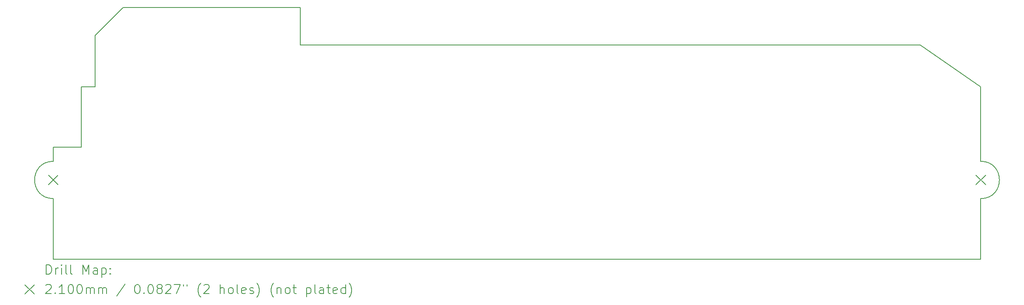
<source format=gbr>
%TF.GenerationSoftware,KiCad,Pcbnew,7.0.9*%
%TF.CreationDate,2023-12-27T00:16:42+05:30*%
%TF.ProjectId,Led_Cube_BaseControlerV2,4c65645f-4375-4626-955f-42617365436f,rev?*%
%TF.SameCoordinates,Original*%
%TF.FileFunction,Drillmap*%
%TF.FilePolarity,Positive*%
%FSLAX45Y45*%
G04 Gerber Fmt 4.5, Leading zero omitted, Abs format (unit mm)*
G04 Created by KiCad (PCBNEW 7.0.9) date 2023-12-27 00:16:42*
%MOMM*%
%LPD*%
G01*
G04 APERTURE LIST*
%ADD10C,0.200000*%
%ADD11C,0.210000*%
G04 APERTURE END LIST*
D10*
X3600000Y-7000000D02*
X3600000Y-6700000D01*
X4500000Y-4300000D02*
X4500000Y-5400000D01*
X23500000Y-5400000D02*
X22200000Y-4500000D01*
X3600000Y-7000000D02*
G75*
G03*
X3600000Y-7800000I0J-400000D01*
G01*
X23500000Y-7800000D02*
G75*
G03*
X23500000Y-7000000I0J400000D01*
G01*
X4200000Y-6700000D02*
X3600000Y-6700000D01*
X3600000Y-9100000D02*
X3600000Y-7800000D01*
X8900000Y-3700000D02*
X5100000Y-3700000D01*
X8900000Y-4500000D02*
X8900000Y-3700000D01*
X22200000Y-4500000D02*
X8900000Y-4500000D01*
X23500000Y-9100000D02*
X23500000Y-7800000D01*
X4500000Y-5400000D02*
X4200000Y-5400000D01*
X23500000Y-7000000D02*
X23500000Y-5400000D01*
X3600000Y-9100000D02*
X23500000Y-9100000D01*
X4500000Y-4300000D02*
X5100000Y-3700000D01*
X4200000Y-5400000D02*
X4200000Y-6700000D01*
D11*
X3495000Y-7295000D02*
X3705000Y-7505000D01*
X3705000Y-7295000D02*
X3495000Y-7505000D01*
X23395000Y-7295000D02*
X23605000Y-7505000D01*
X23605000Y-7295000D02*
X23395000Y-7505000D01*
D10*
X3450777Y-9421484D02*
X3450777Y-9221484D01*
X3450777Y-9221484D02*
X3498396Y-9221484D01*
X3498396Y-9221484D02*
X3526967Y-9231008D01*
X3526967Y-9231008D02*
X3546015Y-9250055D01*
X3546015Y-9250055D02*
X3555539Y-9269103D01*
X3555539Y-9269103D02*
X3565062Y-9307198D01*
X3565062Y-9307198D02*
X3565062Y-9335770D01*
X3565062Y-9335770D02*
X3555539Y-9373865D01*
X3555539Y-9373865D02*
X3546015Y-9392912D01*
X3546015Y-9392912D02*
X3526967Y-9411960D01*
X3526967Y-9411960D02*
X3498396Y-9421484D01*
X3498396Y-9421484D02*
X3450777Y-9421484D01*
X3650777Y-9421484D02*
X3650777Y-9288150D01*
X3650777Y-9326246D02*
X3660301Y-9307198D01*
X3660301Y-9307198D02*
X3669824Y-9297674D01*
X3669824Y-9297674D02*
X3688872Y-9288150D01*
X3688872Y-9288150D02*
X3707920Y-9288150D01*
X3774586Y-9421484D02*
X3774586Y-9288150D01*
X3774586Y-9221484D02*
X3765062Y-9231008D01*
X3765062Y-9231008D02*
X3774586Y-9240531D01*
X3774586Y-9240531D02*
X3784110Y-9231008D01*
X3784110Y-9231008D02*
X3774586Y-9221484D01*
X3774586Y-9221484D02*
X3774586Y-9240531D01*
X3898396Y-9421484D02*
X3879348Y-9411960D01*
X3879348Y-9411960D02*
X3869824Y-9392912D01*
X3869824Y-9392912D02*
X3869824Y-9221484D01*
X4003158Y-9421484D02*
X3984110Y-9411960D01*
X3984110Y-9411960D02*
X3974586Y-9392912D01*
X3974586Y-9392912D02*
X3974586Y-9221484D01*
X4231729Y-9421484D02*
X4231729Y-9221484D01*
X4231729Y-9221484D02*
X4298396Y-9364341D01*
X4298396Y-9364341D02*
X4365063Y-9221484D01*
X4365063Y-9221484D02*
X4365063Y-9421484D01*
X4546015Y-9421484D02*
X4546015Y-9316722D01*
X4546015Y-9316722D02*
X4536491Y-9297674D01*
X4536491Y-9297674D02*
X4517444Y-9288150D01*
X4517444Y-9288150D02*
X4479348Y-9288150D01*
X4479348Y-9288150D02*
X4460301Y-9297674D01*
X4546015Y-9411960D02*
X4526967Y-9421484D01*
X4526967Y-9421484D02*
X4479348Y-9421484D01*
X4479348Y-9421484D02*
X4460301Y-9411960D01*
X4460301Y-9411960D02*
X4450777Y-9392912D01*
X4450777Y-9392912D02*
X4450777Y-9373865D01*
X4450777Y-9373865D02*
X4460301Y-9354817D01*
X4460301Y-9354817D02*
X4479348Y-9345293D01*
X4479348Y-9345293D02*
X4526967Y-9345293D01*
X4526967Y-9345293D02*
X4546015Y-9335770D01*
X4641253Y-9288150D02*
X4641253Y-9488150D01*
X4641253Y-9297674D02*
X4660301Y-9288150D01*
X4660301Y-9288150D02*
X4698396Y-9288150D01*
X4698396Y-9288150D02*
X4717444Y-9297674D01*
X4717444Y-9297674D02*
X4726967Y-9307198D01*
X4726967Y-9307198D02*
X4736491Y-9326246D01*
X4736491Y-9326246D02*
X4736491Y-9383389D01*
X4736491Y-9383389D02*
X4726967Y-9402436D01*
X4726967Y-9402436D02*
X4717444Y-9411960D01*
X4717444Y-9411960D02*
X4698396Y-9421484D01*
X4698396Y-9421484D02*
X4660301Y-9421484D01*
X4660301Y-9421484D02*
X4641253Y-9411960D01*
X4822205Y-9402436D02*
X4831729Y-9411960D01*
X4831729Y-9411960D02*
X4822205Y-9421484D01*
X4822205Y-9421484D02*
X4812682Y-9411960D01*
X4812682Y-9411960D02*
X4822205Y-9402436D01*
X4822205Y-9402436D02*
X4822205Y-9421484D01*
X4822205Y-9297674D02*
X4831729Y-9307198D01*
X4831729Y-9307198D02*
X4822205Y-9316722D01*
X4822205Y-9316722D02*
X4812682Y-9307198D01*
X4812682Y-9307198D02*
X4822205Y-9297674D01*
X4822205Y-9297674D02*
X4822205Y-9316722D01*
X2990000Y-9650000D02*
X3190000Y-9850000D01*
X3190000Y-9650000D02*
X2990000Y-9850000D01*
X3441253Y-9660531D02*
X3450777Y-9651008D01*
X3450777Y-9651008D02*
X3469824Y-9641484D01*
X3469824Y-9641484D02*
X3517443Y-9641484D01*
X3517443Y-9641484D02*
X3536491Y-9651008D01*
X3536491Y-9651008D02*
X3546015Y-9660531D01*
X3546015Y-9660531D02*
X3555539Y-9679579D01*
X3555539Y-9679579D02*
X3555539Y-9698627D01*
X3555539Y-9698627D02*
X3546015Y-9727198D01*
X3546015Y-9727198D02*
X3431729Y-9841484D01*
X3431729Y-9841484D02*
X3555539Y-9841484D01*
X3641253Y-9822436D02*
X3650777Y-9831960D01*
X3650777Y-9831960D02*
X3641253Y-9841484D01*
X3641253Y-9841484D02*
X3631729Y-9831960D01*
X3631729Y-9831960D02*
X3641253Y-9822436D01*
X3641253Y-9822436D02*
X3641253Y-9841484D01*
X3841253Y-9841484D02*
X3726967Y-9841484D01*
X3784110Y-9841484D02*
X3784110Y-9641484D01*
X3784110Y-9641484D02*
X3765062Y-9670055D01*
X3765062Y-9670055D02*
X3746015Y-9689103D01*
X3746015Y-9689103D02*
X3726967Y-9698627D01*
X3965062Y-9641484D02*
X3984110Y-9641484D01*
X3984110Y-9641484D02*
X4003158Y-9651008D01*
X4003158Y-9651008D02*
X4012682Y-9660531D01*
X4012682Y-9660531D02*
X4022205Y-9679579D01*
X4022205Y-9679579D02*
X4031729Y-9717674D01*
X4031729Y-9717674D02*
X4031729Y-9765293D01*
X4031729Y-9765293D02*
X4022205Y-9803389D01*
X4022205Y-9803389D02*
X4012682Y-9822436D01*
X4012682Y-9822436D02*
X4003158Y-9831960D01*
X4003158Y-9831960D02*
X3984110Y-9841484D01*
X3984110Y-9841484D02*
X3965062Y-9841484D01*
X3965062Y-9841484D02*
X3946015Y-9831960D01*
X3946015Y-9831960D02*
X3936491Y-9822436D01*
X3936491Y-9822436D02*
X3926967Y-9803389D01*
X3926967Y-9803389D02*
X3917443Y-9765293D01*
X3917443Y-9765293D02*
X3917443Y-9717674D01*
X3917443Y-9717674D02*
X3926967Y-9679579D01*
X3926967Y-9679579D02*
X3936491Y-9660531D01*
X3936491Y-9660531D02*
X3946015Y-9651008D01*
X3946015Y-9651008D02*
X3965062Y-9641484D01*
X4155539Y-9641484D02*
X4174586Y-9641484D01*
X4174586Y-9641484D02*
X4193634Y-9651008D01*
X4193634Y-9651008D02*
X4203158Y-9660531D01*
X4203158Y-9660531D02*
X4212682Y-9679579D01*
X4212682Y-9679579D02*
X4222205Y-9717674D01*
X4222205Y-9717674D02*
X4222205Y-9765293D01*
X4222205Y-9765293D02*
X4212682Y-9803389D01*
X4212682Y-9803389D02*
X4203158Y-9822436D01*
X4203158Y-9822436D02*
X4193634Y-9831960D01*
X4193634Y-9831960D02*
X4174586Y-9841484D01*
X4174586Y-9841484D02*
X4155539Y-9841484D01*
X4155539Y-9841484D02*
X4136491Y-9831960D01*
X4136491Y-9831960D02*
X4126967Y-9822436D01*
X4126967Y-9822436D02*
X4117443Y-9803389D01*
X4117443Y-9803389D02*
X4107920Y-9765293D01*
X4107920Y-9765293D02*
X4107920Y-9717674D01*
X4107920Y-9717674D02*
X4117443Y-9679579D01*
X4117443Y-9679579D02*
X4126967Y-9660531D01*
X4126967Y-9660531D02*
X4136491Y-9651008D01*
X4136491Y-9651008D02*
X4155539Y-9641484D01*
X4307920Y-9841484D02*
X4307920Y-9708150D01*
X4307920Y-9727198D02*
X4317444Y-9717674D01*
X4317444Y-9717674D02*
X4336491Y-9708150D01*
X4336491Y-9708150D02*
X4365063Y-9708150D01*
X4365063Y-9708150D02*
X4384110Y-9717674D01*
X4384110Y-9717674D02*
X4393634Y-9736722D01*
X4393634Y-9736722D02*
X4393634Y-9841484D01*
X4393634Y-9736722D02*
X4403158Y-9717674D01*
X4403158Y-9717674D02*
X4422205Y-9708150D01*
X4422205Y-9708150D02*
X4450777Y-9708150D01*
X4450777Y-9708150D02*
X4469825Y-9717674D01*
X4469825Y-9717674D02*
X4479348Y-9736722D01*
X4479348Y-9736722D02*
X4479348Y-9841484D01*
X4574586Y-9841484D02*
X4574586Y-9708150D01*
X4574586Y-9727198D02*
X4584110Y-9717674D01*
X4584110Y-9717674D02*
X4603158Y-9708150D01*
X4603158Y-9708150D02*
X4631729Y-9708150D01*
X4631729Y-9708150D02*
X4650777Y-9717674D01*
X4650777Y-9717674D02*
X4660301Y-9736722D01*
X4660301Y-9736722D02*
X4660301Y-9841484D01*
X4660301Y-9736722D02*
X4669825Y-9717674D01*
X4669825Y-9717674D02*
X4688872Y-9708150D01*
X4688872Y-9708150D02*
X4717444Y-9708150D01*
X4717444Y-9708150D02*
X4736491Y-9717674D01*
X4736491Y-9717674D02*
X4746015Y-9736722D01*
X4746015Y-9736722D02*
X4746015Y-9841484D01*
X5136491Y-9631960D02*
X4965063Y-9889103D01*
X5393634Y-9641484D02*
X5412682Y-9641484D01*
X5412682Y-9641484D02*
X5431729Y-9651008D01*
X5431729Y-9651008D02*
X5441253Y-9660531D01*
X5441253Y-9660531D02*
X5450777Y-9679579D01*
X5450777Y-9679579D02*
X5460301Y-9717674D01*
X5460301Y-9717674D02*
X5460301Y-9765293D01*
X5460301Y-9765293D02*
X5450777Y-9803389D01*
X5450777Y-9803389D02*
X5441253Y-9822436D01*
X5441253Y-9822436D02*
X5431729Y-9831960D01*
X5431729Y-9831960D02*
X5412682Y-9841484D01*
X5412682Y-9841484D02*
X5393634Y-9841484D01*
X5393634Y-9841484D02*
X5374587Y-9831960D01*
X5374587Y-9831960D02*
X5365063Y-9822436D01*
X5365063Y-9822436D02*
X5355539Y-9803389D01*
X5355539Y-9803389D02*
X5346015Y-9765293D01*
X5346015Y-9765293D02*
X5346015Y-9717674D01*
X5346015Y-9717674D02*
X5355539Y-9679579D01*
X5355539Y-9679579D02*
X5365063Y-9660531D01*
X5365063Y-9660531D02*
X5374587Y-9651008D01*
X5374587Y-9651008D02*
X5393634Y-9641484D01*
X5546015Y-9822436D02*
X5555539Y-9831960D01*
X5555539Y-9831960D02*
X5546015Y-9841484D01*
X5546015Y-9841484D02*
X5536491Y-9831960D01*
X5536491Y-9831960D02*
X5546015Y-9822436D01*
X5546015Y-9822436D02*
X5546015Y-9841484D01*
X5679348Y-9641484D02*
X5698396Y-9641484D01*
X5698396Y-9641484D02*
X5717444Y-9651008D01*
X5717444Y-9651008D02*
X5726967Y-9660531D01*
X5726967Y-9660531D02*
X5736491Y-9679579D01*
X5736491Y-9679579D02*
X5746015Y-9717674D01*
X5746015Y-9717674D02*
X5746015Y-9765293D01*
X5746015Y-9765293D02*
X5736491Y-9803389D01*
X5736491Y-9803389D02*
X5726967Y-9822436D01*
X5726967Y-9822436D02*
X5717444Y-9831960D01*
X5717444Y-9831960D02*
X5698396Y-9841484D01*
X5698396Y-9841484D02*
X5679348Y-9841484D01*
X5679348Y-9841484D02*
X5660301Y-9831960D01*
X5660301Y-9831960D02*
X5650777Y-9822436D01*
X5650777Y-9822436D02*
X5641253Y-9803389D01*
X5641253Y-9803389D02*
X5631729Y-9765293D01*
X5631729Y-9765293D02*
X5631729Y-9717674D01*
X5631729Y-9717674D02*
X5641253Y-9679579D01*
X5641253Y-9679579D02*
X5650777Y-9660531D01*
X5650777Y-9660531D02*
X5660301Y-9651008D01*
X5660301Y-9651008D02*
X5679348Y-9641484D01*
X5860301Y-9727198D02*
X5841253Y-9717674D01*
X5841253Y-9717674D02*
X5831729Y-9708150D01*
X5831729Y-9708150D02*
X5822206Y-9689103D01*
X5822206Y-9689103D02*
X5822206Y-9679579D01*
X5822206Y-9679579D02*
X5831729Y-9660531D01*
X5831729Y-9660531D02*
X5841253Y-9651008D01*
X5841253Y-9651008D02*
X5860301Y-9641484D01*
X5860301Y-9641484D02*
X5898396Y-9641484D01*
X5898396Y-9641484D02*
X5917444Y-9651008D01*
X5917444Y-9651008D02*
X5926967Y-9660531D01*
X5926967Y-9660531D02*
X5936491Y-9679579D01*
X5936491Y-9679579D02*
X5936491Y-9689103D01*
X5936491Y-9689103D02*
X5926967Y-9708150D01*
X5926967Y-9708150D02*
X5917444Y-9717674D01*
X5917444Y-9717674D02*
X5898396Y-9727198D01*
X5898396Y-9727198D02*
X5860301Y-9727198D01*
X5860301Y-9727198D02*
X5841253Y-9736722D01*
X5841253Y-9736722D02*
X5831729Y-9746246D01*
X5831729Y-9746246D02*
X5822206Y-9765293D01*
X5822206Y-9765293D02*
X5822206Y-9803389D01*
X5822206Y-9803389D02*
X5831729Y-9822436D01*
X5831729Y-9822436D02*
X5841253Y-9831960D01*
X5841253Y-9831960D02*
X5860301Y-9841484D01*
X5860301Y-9841484D02*
X5898396Y-9841484D01*
X5898396Y-9841484D02*
X5917444Y-9831960D01*
X5917444Y-9831960D02*
X5926967Y-9822436D01*
X5926967Y-9822436D02*
X5936491Y-9803389D01*
X5936491Y-9803389D02*
X5936491Y-9765293D01*
X5936491Y-9765293D02*
X5926967Y-9746246D01*
X5926967Y-9746246D02*
X5917444Y-9736722D01*
X5917444Y-9736722D02*
X5898396Y-9727198D01*
X6012682Y-9660531D02*
X6022206Y-9651008D01*
X6022206Y-9651008D02*
X6041253Y-9641484D01*
X6041253Y-9641484D02*
X6088872Y-9641484D01*
X6088872Y-9641484D02*
X6107920Y-9651008D01*
X6107920Y-9651008D02*
X6117444Y-9660531D01*
X6117444Y-9660531D02*
X6126967Y-9679579D01*
X6126967Y-9679579D02*
X6126967Y-9698627D01*
X6126967Y-9698627D02*
X6117444Y-9727198D01*
X6117444Y-9727198D02*
X6003158Y-9841484D01*
X6003158Y-9841484D02*
X6126967Y-9841484D01*
X6193634Y-9641484D02*
X6326967Y-9641484D01*
X6326967Y-9641484D02*
X6241253Y-9841484D01*
X6393634Y-9641484D02*
X6393634Y-9679579D01*
X6469825Y-9641484D02*
X6469825Y-9679579D01*
X6765063Y-9917674D02*
X6755539Y-9908150D01*
X6755539Y-9908150D02*
X6736491Y-9879579D01*
X6736491Y-9879579D02*
X6726968Y-9860531D01*
X6726968Y-9860531D02*
X6717444Y-9831960D01*
X6717444Y-9831960D02*
X6707920Y-9784341D01*
X6707920Y-9784341D02*
X6707920Y-9746246D01*
X6707920Y-9746246D02*
X6717444Y-9698627D01*
X6717444Y-9698627D02*
X6726968Y-9670055D01*
X6726968Y-9670055D02*
X6736491Y-9651008D01*
X6736491Y-9651008D02*
X6755539Y-9622436D01*
X6755539Y-9622436D02*
X6765063Y-9612912D01*
X6831729Y-9660531D02*
X6841253Y-9651008D01*
X6841253Y-9651008D02*
X6860301Y-9641484D01*
X6860301Y-9641484D02*
X6907920Y-9641484D01*
X6907920Y-9641484D02*
X6926968Y-9651008D01*
X6926968Y-9651008D02*
X6936491Y-9660531D01*
X6936491Y-9660531D02*
X6946015Y-9679579D01*
X6946015Y-9679579D02*
X6946015Y-9698627D01*
X6946015Y-9698627D02*
X6936491Y-9727198D01*
X6936491Y-9727198D02*
X6822206Y-9841484D01*
X6822206Y-9841484D02*
X6946015Y-9841484D01*
X7184110Y-9841484D02*
X7184110Y-9641484D01*
X7269825Y-9841484D02*
X7269825Y-9736722D01*
X7269825Y-9736722D02*
X7260301Y-9717674D01*
X7260301Y-9717674D02*
X7241253Y-9708150D01*
X7241253Y-9708150D02*
X7212682Y-9708150D01*
X7212682Y-9708150D02*
X7193634Y-9717674D01*
X7193634Y-9717674D02*
X7184110Y-9727198D01*
X7393634Y-9841484D02*
X7374587Y-9831960D01*
X7374587Y-9831960D02*
X7365063Y-9822436D01*
X7365063Y-9822436D02*
X7355539Y-9803389D01*
X7355539Y-9803389D02*
X7355539Y-9746246D01*
X7355539Y-9746246D02*
X7365063Y-9727198D01*
X7365063Y-9727198D02*
X7374587Y-9717674D01*
X7374587Y-9717674D02*
X7393634Y-9708150D01*
X7393634Y-9708150D02*
X7422206Y-9708150D01*
X7422206Y-9708150D02*
X7441253Y-9717674D01*
X7441253Y-9717674D02*
X7450777Y-9727198D01*
X7450777Y-9727198D02*
X7460301Y-9746246D01*
X7460301Y-9746246D02*
X7460301Y-9803389D01*
X7460301Y-9803389D02*
X7450777Y-9822436D01*
X7450777Y-9822436D02*
X7441253Y-9831960D01*
X7441253Y-9831960D02*
X7422206Y-9841484D01*
X7422206Y-9841484D02*
X7393634Y-9841484D01*
X7574587Y-9841484D02*
X7555539Y-9831960D01*
X7555539Y-9831960D02*
X7546015Y-9812912D01*
X7546015Y-9812912D02*
X7546015Y-9641484D01*
X7726968Y-9831960D02*
X7707920Y-9841484D01*
X7707920Y-9841484D02*
X7669825Y-9841484D01*
X7669825Y-9841484D02*
X7650777Y-9831960D01*
X7650777Y-9831960D02*
X7641253Y-9812912D01*
X7641253Y-9812912D02*
X7641253Y-9736722D01*
X7641253Y-9736722D02*
X7650777Y-9717674D01*
X7650777Y-9717674D02*
X7669825Y-9708150D01*
X7669825Y-9708150D02*
X7707920Y-9708150D01*
X7707920Y-9708150D02*
X7726968Y-9717674D01*
X7726968Y-9717674D02*
X7736491Y-9736722D01*
X7736491Y-9736722D02*
X7736491Y-9755770D01*
X7736491Y-9755770D02*
X7641253Y-9774817D01*
X7812682Y-9831960D02*
X7831730Y-9841484D01*
X7831730Y-9841484D02*
X7869825Y-9841484D01*
X7869825Y-9841484D02*
X7888872Y-9831960D01*
X7888872Y-9831960D02*
X7898396Y-9812912D01*
X7898396Y-9812912D02*
X7898396Y-9803389D01*
X7898396Y-9803389D02*
X7888872Y-9784341D01*
X7888872Y-9784341D02*
X7869825Y-9774817D01*
X7869825Y-9774817D02*
X7841253Y-9774817D01*
X7841253Y-9774817D02*
X7822206Y-9765293D01*
X7822206Y-9765293D02*
X7812682Y-9746246D01*
X7812682Y-9746246D02*
X7812682Y-9736722D01*
X7812682Y-9736722D02*
X7822206Y-9717674D01*
X7822206Y-9717674D02*
X7841253Y-9708150D01*
X7841253Y-9708150D02*
X7869825Y-9708150D01*
X7869825Y-9708150D02*
X7888872Y-9717674D01*
X7965063Y-9917674D02*
X7974587Y-9908150D01*
X7974587Y-9908150D02*
X7993634Y-9879579D01*
X7993634Y-9879579D02*
X8003158Y-9860531D01*
X8003158Y-9860531D02*
X8012682Y-9831960D01*
X8012682Y-9831960D02*
X8022206Y-9784341D01*
X8022206Y-9784341D02*
X8022206Y-9746246D01*
X8022206Y-9746246D02*
X8012682Y-9698627D01*
X8012682Y-9698627D02*
X8003158Y-9670055D01*
X8003158Y-9670055D02*
X7993634Y-9651008D01*
X7993634Y-9651008D02*
X7974587Y-9622436D01*
X7974587Y-9622436D02*
X7965063Y-9612912D01*
X8326968Y-9917674D02*
X8317444Y-9908150D01*
X8317444Y-9908150D02*
X8298396Y-9879579D01*
X8298396Y-9879579D02*
X8288872Y-9860531D01*
X8288872Y-9860531D02*
X8279349Y-9831960D01*
X8279349Y-9831960D02*
X8269825Y-9784341D01*
X8269825Y-9784341D02*
X8269825Y-9746246D01*
X8269825Y-9746246D02*
X8279349Y-9698627D01*
X8279349Y-9698627D02*
X8288872Y-9670055D01*
X8288872Y-9670055D02*
X8298396Y-9651008D01*
X8298396Y-9651008D02*
X8317444Y-9622436D01*
X8317444Y-9622436D02*
X8326968Y-9612912D01*
X8403158Y-9708150D02*
X8403158Y-9841484D01*
X8403158Y-9727198D02*
X8412682Y-9717674D01*
X8412682Y-9717674D02*
X8431730Y-9708150D01*
X8431730Y-9708150D02*
X8460301Y-9708150D01*
X8460301Y-9708150D02*
X8479349Y-9717674D01*
X8479349Y-9717674D02*
X8488873Y-9736722D01*
X8488873Y-9736722D02*
X8488873Y-9841484D01*
X8612682Y-9841484D02*
X8593634Y-9831960D01*
X8593634Y-9831960D02*
X8584111Y-9822436D01*
X8584111Y-9822436D02*
X8574587Y-9803389D01*
X8574587Y-9803389D02*
X8574587Y-9746246D01*
X8574587Y-9746246D02*
X8584111Y-9727198D01*
X8584111Y-9727198D02*
X8593634Y-9717674D01*
X8593634Y-9717674D02*
X8612682Y-9708150D01*
X8612682Y-9708150D02*
X8641254Y-9708150D01*
X8641254Y-9708150D02*
X8660301Y-9717674D01*
X8660301Y-9717674D02*
X8669825Y-9727198D01*
X8669825Y-9727198D02*
X8679349Y-9746246D01*
X8679349Y-9746246D02*
X8679349Y-9803389D01*
X8679349Y-9803389D02*
X8669825Y-9822436D01*
X8669825Y-9822436D02*
X8660301Y-9831960D01*
X8660301Y-9831960D02*
X8641254Y-9841484D01*
X8641254Y-9841484D02*
X8612682Y-9841484D01*
X8736492Y-9708150D02*
X8812682Y-9708150D01*
X8765063Y-9641484D02*
X8765063Y-9812912D01*
X8765063Y-9812912D02*
X8774587Y-9831960D01*
X8774587Y-9831960D02*
X8793634Y-9841484D01*
X8793634Y-9841484D02*
X8812682Y-9841484D01*
X9031730Y-9708150D02*
X9031730Y-9908150D01*
X9031730Y-9717674D02*
X9050777Y-9708150D01*
X9050777Y-9708150D02*
X9088873Y-9708150D01*
X9088873Y-9708150D02*
X9107920Y-9717674D01*
X9107920Y-9717674D02*
X9117444Y-9727198D01*
X9117444Y-9727198D02*
X9126968Y-9746246D01*
X9126968Y-9746246D02*
X9126968Y-9803389D01*
X9126968Y-9803389D02*
X9117444Y-9822436D01*
X9117444Y-9822436D02*
X9107920Y-9831960D01*
X9107920Y-9831960D02*
X9088873Y-9841484D01*
X9088873Y-9841484D02*
X9050777Y-9841484D01*
X9050777Y-9841484D02*
X9031730Y-9831960D01*
X9241254Y-9841484D02*
X9222206Y-9831960D01*
X9222206Y-9831960D02*
X9212682Y-9812912D01*
X9212682Y-9812912D02*
X9212682Y-9641484D01*
X9403158Y-9841484D02*
X9403158Y-9736722D01*
X9403158Y-9736722D02*
X9393635Y-9717674D01*
X9393635Y-9717674D02*
X9374587Y-9708150D01*
X9374587Y-9708150D02*
X9336492Y-9708150D01*
X9336492Y-9708150D02*
X9317444Y-9717674D01*
X9403158Y-9831960D02*
X9384111Y-9841484D01*
X9384111Y-9841484D02*
X9336492Y-9841484D01*
X9336492Y-9841484D02*
X9317444Y-9831960D01*
X9317444Y-9831960D02*
X9307920Y-9812912D01*
X9307920Y-9812912D02*
X9307920Y-9793865D01*
X9307920Y-9793865D02*
X9317444Y-9774817D01*
X9317444Y-9774817D02*
X9336492Y-9765293D01*
X9336492Y-9765293D02*
X9384111Y-9765293D01*
X9384111Y-9765293D02*
X9403158Y-9755770D01*
X9469825Y-9708150D02*
X9546015Y-9708150D01*
X9498396Y-9641484D02*
X9498396Y-9812912D01*
X9498396Y-9812912D02*
X9507920Y-9831960D01*
X9507920Y-9831960D02*
X9526968Y-9841484D01*
X9526968Y-9841484D02*
X9546015Y-9841484D01*
X9688873Y-9831960D02*
X9669825Y-9841484D01*
X9669825Y-9841484D02*
X9631730Y-9841484D01*
X9631730Y-9841484D02*
X9612682Y-9831960D01*
X9612682Y-9831960D02*
X9603158Y-9812912D01*
X9603158Y-9812912D02*
X9603158Y-9736722D01*
X9603158Y-9736722D02*
X9612682Y-9717674D01*
X9612682Y-9717674D02*
X9631730Y-9708150D01*
X9631730Y-9708150D02*
X9669825Y-9708150D01*
X9669825Y-9708150D02*
X9688873Y-9717674D01*
X9688873Y-9717674D02*
X9698396Y-9736722D01*
X9698396Y-9736722D02*
X9698396Y-9755770D01*
X9698396Y-9755770D02*
X9603158Y-9774817D01*
X9869825Y-9841484D02*
X9869825Y-9641484D01*
X9869825Y-9831960D02*
X9850777Y-9841484D01*
X9850777Y-9841484D02*
X9812682Y-9841484D01*
X9812682Y-9841484D02*
X9793635Y-9831960D01*
X9793635Y-9831960D02*
X9784111Y-9822436D01*
X9784111Y-9822436D02*
X9774587Y-9803389D01*
X9774587Y-9803389D02*
X9774587Y-9746246D01*
X9774587Y-9746246D02*
X9784111Y-9727198D01*
X9784111Y-9727198D02*
X9793635Y-9717674D01*
X9793635Y-9717674D02*
X9812682Y-9708150D01*
X9812682Y-9708150D02*
X9850777Y-9708150D01*
X9850777Y-9708150D02*
X9869825Y-9717674D01*
X9946016Y-9917674D02*
X9955539Y-9908150D01*
X9955539Y-9908150D02*
X9974587Y-9879579D01*
X9974587Y-9879579D02*
X9984111Y-9860531D01*
X9984111Y-9860531D02*
X9993635Y-9831960D01*
X9993635Y-9831960D02*
X10003158Y-9784341D01*
X10003158Y-9784341D02*
X10003158Y-9746246D01*
X10003158Y-9746246D02*
X9993635Y-9698627D01*
X9993635Y-9698627D02*
X9984111Y-9670055D01*
X9984111Y-9670055D02*
X9974587Y-9651008D01*
X9974587Y-9651008D02*
X9955539Y-9622436D01*
X9955539Y-9622436D02*
X9946016Y-9612912D01*
M02*

</source>
